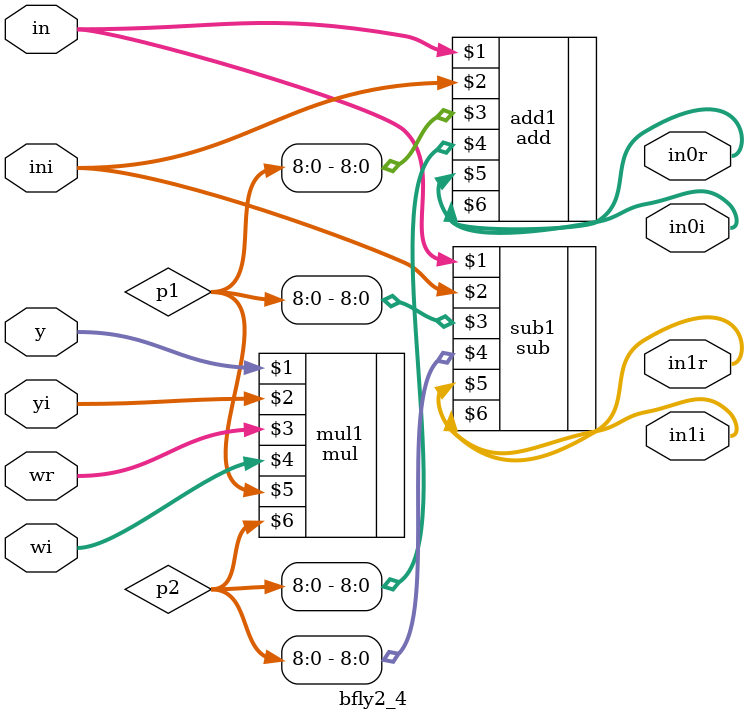
<source format=v>


module bfly2_4(in,y,ini,yi,wr,wi,in0r,in0i,in1r,in1i);
input signed [8:0]in,y,ini,yi;
input signed [8:0]wr,wi;
output[8:0]in0r,in0i,in1r,in1i;
wire [17:0]p1,p2;
//assign p1=wr*y;
//assign p2=wi*y;
mul mul1 (y,yi,wr,wi,p1,p2);
//assign in0r=in+p1[8:0];
//assign in0i=p2[8:0];
add add1 (in,ini,p1[8:0],p2[8:0],in0r,in0i);
//assign in1r=in-p1[8:0];
//assign in1i=-p2[8:0];
sub sub1 (in,ini,p1[8:0],p2[8:0],in1r,in1i);
endmodule

</source>
